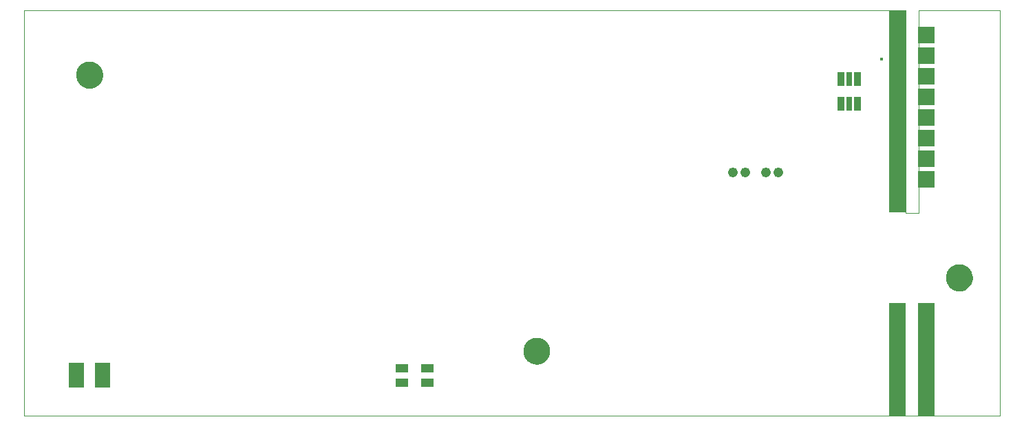
<source format=gts>
G75*
G70*
%OFA0B0*%
%FSLAX24Y24*%
%IPPOS*%
%LPD*%
%AMOC8*
5,1,8,0,0,1.08239X$1,22.5*
%
%ADD10C,0.0000*%
%ADD11R,0.0787X0.9843*%
%ADD12R,0.0787X0.5512*%
%ADD13R,0.0827X0.0827*%
%ADD14R,0.0633X0.0415*%
%ADD15C,0.0159*%
%ADD16R,0.0335X0.0669*%
%ADD17R,0.0276X0.0669*%
%ADD18C,0.0476*%
%ADD19C,0.1300*%
%ADD20R,0.0744X0.1200*%
D10*
X000260Y000260D02*
X000260Y019945D01*
X042937Y019945D01*
X042937Y010103D01*
X043567Y010103D01*
X043567Y019945D01*
X047504Y019945D01*
X047504Y000260D01*
X000260Y000260D01*
X024433Y003410D02*
X024435Y003460D01*
X024441Y003510D01*
X024451Y003559D01*
X024465Y003607D01*
X024482Y003654D01*
X024503Y003699D01*
X024528Y003743D01*
X024556Y003784D01*
X024588Y003823D01*
X024622Y003860D01*
X024659Y003894D01*
X024699Y003924D01*
X024741Y003951D01*
X024785Y003975D01*
X024831Y003996D01*
X024878Y004012D01*
X024926Y004025D01*
X024976Y004034D01*
X025025Y004039D01*
X025076Y004040D01*
X025126Y004037D01*
X025175Y004030D01*
X025224Y004019D01*
X025272Y004004D01*
X025318Y003986D01*
X025363Y003964D01*
X025406Y003938D01*
X025447Y003909D01*
X025486Y003877D01*
X025522Y003842D01*
X025554Y003804D01*
X025584Y003764D01*
X025611Y003721D01*
X025634Y003677D01*
X025653Y003631D01*
X025669Y003583D01*
X025681Y003534D01*
X025689Y003485D01*
X025693Y003435D01*
X025693Y003385D01*
X025689Y003335D01*
X025681Y003286D01*
X025669Y003237D01*
X025653Y003189D01*
X025634Y003143D01*
X025611Y003099D01*
X025584Y003056D01*
X025554Y003016D01*
X025522Y002978D01*
X025486Y002943D01*
X025447Y002911D01*
X025406Y002882D01*
X025363Y002856D01*
X025318Y002834D01*
X025272Y002816D01*
X025224Y002801D01*
X025175Y002790D01*
X025126Y002783D01*
X025076Y002780D01*
X025025Y002781D01*
X024976Y002786D01*
X024926Y002795D01*
X024878Y002808D01*
X024831Y002824D01*
X024785Y002845D01*
X024741Y002869D01*
X024699Y002896D01*
X024659Y002926D01*
X024622Y002960D01*
X024588Y002997D01*
X024556Y003036D01*
X024528Y003077D01*
X024503Y003121D01*
X024482Y003166D01*
X024465Y003213D01*
X024451Y003261D01*
X024441Y003310D01*
X024435Y003360D01*
X024433Y003410D01*
X044906Y006953D02*
X044908Y007003D01*
X044914Y007053D01*
X044924Y007102D01*
X044938Y007150D01*
X044955Y007197D01*
X044976Y007242D01*
X045001Y007286D01*
X045029Y007327D01*
X045061Y007366D01*
X045095Y007403D01*
X045132Y007437D01*
X045172Y007467D01*
X045214Y007494D01*
X045258Y007518D01*
X045304Y007539D01*
X045351Y007555D01*
X045399Y007568D01*
X045449Y007577D01*
X045498Y007582D01*
X045549Y007583D01*
X045599Y007580D01*
X045648Y007573D01*
X045697Y007562D01*
X045745Y007547D01*
X045791Y007529D01*
X045836Y007507D01*
X045879Y007481D01*
X045920Y007452D01*
X045959Y007420D01*
X045995Y007385D01*
X046027Y007347D01*
X046057Y007307D01*
X046084Y007264D01*
X046107Y007220D01*
X046126Y007174D01*
X046142Y007126D01*
X046154Y007077D01*
X046162Y007028D01*
X046166Y006978D01*
X046166Y006928D01*
X046162Y006878D01*
X046154Y006829D01*
X046142Y006780D01*
X046126Y006732D01*
X046107Y006686D01*
X046084Y006642D01*
X046057Y006599D01*
X046027Y006559D01*
X045995Y006521D01*
X045959Y006486D01*
X045920Y006454D01*
X045879Y006425D01*
X045836Y006399D01*
X045791Y006377D01*
X045745Y006359D01*
X045697Y006344D01*
X045648Y006333D01*
X045599Y006326D01*
X045549Y006323D01*
X045498Y006324D01*
X045449Y006329D01*
X045399Y006338D01*
X045351Y006351D01*
X045304Y006367D01*
X045258Y006388D01*
X045214Y006412D01*
X045172Y006439D01*
X045132Y006469D01*
X045095Y006503D01*
X045061Y006540D01*
X045029Y006579D01*
X045001Y006620D01*
X044976Y006664D01*
X044955Y006709D01*
X044938Y006756D01*
X044924Y006804D01*
X044914Y006853D01*
X044908Y006903D01*
X044906Y006953D01*
X002780Y016795D02*
X002782Y016845D01*
X002788Y016895D01*
X002798Y016944D01*
X002812Y016992D01*
X002829Y017039D01*
X002850Y017084D01*
X002875Y017128D01*
X002903Y017169D01*
X002935Y017208D01*
X002969Y017245D01*
X003006Y017279D01*
X003046Y017309D01*
X003088Y017336D01*
X003132Y017360D01*
X003178Y017381D01*
X003225Y017397D01*
X003273Y017410D01*
X003323Y017419D01*
X003372Y017424D01*
X003423Y017425D01*
X003473Y017422D01*
X003522Y017415D01*
X003571Y017404D01*
X003619Y017389D01*
X003665Y017371D01*
X003710Y017349D01*
X003753Y017323D01*
X003794Y017294D01*
X003833Y017262D01*
X003869Y017227D01*
X003901Y017189D01*
X003931Y017149D01*
X003958Y017106D01*
X003981Y017062D01*
X004000Y017016D01*
X004016Y016968D01*
X004028Y016919D01*
X004036Y016870D01*
X004040Y016820D01*
X004040Y016770D01*
X004036Y016720D01*
X004028Y016671D01*
X004016Y016622D01*
X004000Y016574D01*
X003981Y016528D01*
X003958Y016484D01*
X003931Y016441D01*
X003901Y016401D01*
X003869Y016363D01*
X003833Y016328D01*
X003794Y016296D01*
X003753Y016267D01*
X003710Y016241D01*
X003665Y016219D01*
X003619Y016201D01*
X003571Y016186D01*
X003522Y016175D01*
X003473Y016168D01*
X003423Y016165D01*
X003372Y016166D01*
X003323Y016171D01*
X003273Y016180D01*
X003225Y016193D01*
X003178Y016209D01*
X003132Y016230D01*
X003088Y016254D01*
X003046Y016281D01*
X003006Y016311D01*
X002969Y016345D01*
X002935Y016382D01*
X002903Y016421D01*
X002875Y016462D01*
X002850Y016506D01*
X002829Y016551D01*
X002812Y016598D01*
X002798Y016646D01*
X002788Y016695D01*
X002782Y016745D01*
X002780Y016795D01*
D11*
X042543Y015024D03*
D12*
X042543Y003016D03*
X043961Y003016D03*
D13*
X043961Y011721D03*
X043961Y012721D03*
X043961Y013721D03*
X043961Y014721D03*
X043961Y015721D03*
X043961Y016721D03*
X043961Y017721D03*
X043961Y018721D03*
D14*
X019769Y002574D03*
X019769Y001883D03*
X018546Y001883D03*
X018546Y002574D03*
D15*
X041795Y017583D03*
D16*
X040624Y016599D03*
X039817Y016599D03*
X039817Y015417D03*
X040624Y015408D03*
D17*
X040221Y015417D03*
X040221Y016599D03*
D18*
X036773Y012071D03*
X036193Y012071D03*
X035193Y012071D03*
X034593Y012071D03*
D19*
X045536Y006953D03*
X025063Y003410D03*
X003410Y016795D03*
D20*
X004038Y002229D03*
X002782Y002229D03*
M02*

</source>
